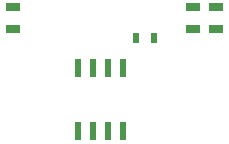
<source format=gbr>
G04 #@! TF.GenerationSoftware,KiCad,Pcbnew,(5.0.0)*
G04 #@! TF.CreationDate,2018-10-21T00:31:12-03:00*
G04 #@! TF.ProjectId,picdev8pin,7069636465763870696E2E6B69636164,rev?*
G04 #@! TF.SameCoordinates,Original*
G04 #@! TF.FileFunction,Paste,Top*
G04 #@! TF.FilePolarity,Positive*
%FSLAX46Y46*%
G04 Gerber Fmt 4.6, Leading zero omitted, Abs format (unit mm)*
G04 Created by KiCad (PCBNEW (5.0.0)) date 10/21/18 00:31:12*
%MOMM*%
%LPD*%
G01*
G04 APERTURE LIST*
%ADD10R,0.600000X1.550000*%
%ADD11R,0.500000X0.900000*%
%ADD12R,1.300000X0.700000*%
G04 APERTURE END LIST*
D10*
G04 #@! TO.C,U1*
X102870000Y-46548000D03*
X101600000Y-46548000D03*
X100330000Y-46548000D03*
X99060000Y-46548000D03*
X99060000Y-41148000D03*
X100330000Y-41148000D03*
X101600000Y-41148000D03*
X102870000Y-41148000D03*
G04 #@! TD*
D11*
G04 #@! TO.C,C1*
X105525000Y-38608000D03*
X104025000Y-38608000D03*
G04 #@! TD*
D12*
G04 #@! TO.C,R1*
X93599000Y-37907000D03*
X93599000Y-36007000D03*
G04 #@! TD*
G04 #@! TO.C,R2*
X108839000Y-36007000D03*
X108839000Y-37907000D03*
G04 #@! TD*
G04 #@! TO.C,R3*
X110744000Y-37907000D03*
X110744000Y-36007000D03*
G04 #@! TD*
M02*

</source>
